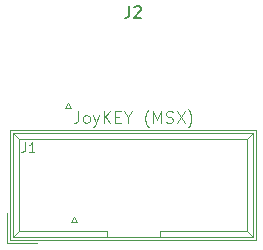
<source format=gto>
G04 #@! TF.GenerationSoftware,KiCad,Pcbnew,(5.1.8)-1*
G04 #@! TF.CreationDate,2021-03-27T21:37:08+01:00*
G04 #@! TF.ProjectId,MSX,4d53582e-6b69-4636-9164-5f7063625858,rev?*
G04 #@! TF.SameCoordinates,Original*
G04 #@! TF.FileFunction,Legend,Top*
G04 #@! TF.FilePolarity,Positive*
%FSLAX46Y46*%
G04 Gerber Fmt 4.6, Leading zero omitted, Abs format (unit mm)*
G04 Created by KiCad (PCBNEW (5.1.8)-1) date 2021-03-27 21:37:08*
%MOMM*%
%LPD*%
G01*
G04 APERTURE LIST*
%ADD10C,0.100000*%
%ADD11C,0.120000*%
%ADD12C,0.150000*%
G04 APERTURE END LIST*
D10*
X137597142Y-82002380D02*
X137597142Y-82716666D01*
X137549523Y-82859523D01*
X137454285Y-82954761D01*
X137311428Y-83002380D01*
X137216190Y-83002380D01*
X138216190Y-83002380D02*
X138120952Y-82954761D01*
X138073333Y-82907142D01*
X138025714Y-82811904D01*
X138025714Y-82526190D01*
X138073333Y-82430952D01*
X138120952Y-82383333D01*
X138216190Y-82335714D01*
X138359047Y-82335714D01*
X138454285Y-82383333D01*
X138501904Y-82430952D01*
X138549523Y-82526190D01*
X138549523Y-82811904D01*
X138501904Y-82907142D01*
X138454285Y-82954761D01*
X138359047Y-83002380D01*
X138216190Y-83002380D01*
X138882857Y-82335714D02*
X139120952Y-83002380D01*
X139359047Y-82335714D02*
X139120952Y-83002380D01*
X139025714Y-83240476D01*
X138978095Y-83288095D01*
X138882857Y-83335714D01*
X139740000Y-83002380D02*
X139740000Y-82002380D01*
X140311428Y-83002380D02*
X139882857Y-82430952D01*
X140311428Y-82002380D02*
X139740000Y-82573809D01*
X140740000Y-82478571D02*
X141073333Y-82478571D01*
X141216190Y-83002380D02*
X140740000Y-83002380D01*
X140740000Y-82002380D01*
X141216190Y-82002380D01*
X141835238Y-82526190D02*
X141835238Y-83002380D01*
X141501904Y-82002380D02*
X141835238Y-82526190D01*
X142168571Y-82002380D01*
X143549523Y-83383333D02*
X143501904Y-83335714D01*
X143406666Y-83192857D01*
X143359047Y-83097619D01*
X143311428Y-82954761D01*
X143263809Y-82716666D01*
X143263809Y-82526190D01*
X143311428Y-82288095D01*
X143359047Y-82145238D01*
X143406666Y-82050000D01*
X143501904Y-81907142D01*
X143549523Y-81859523D01*
X143930476Y-83002380D02*
X143930476Y-82002380D01*
X144263809Y-82716666D01*
X144597142Y-82002380D01*
X144597142Y-83002380D01*
X145025714Y-82954761D02*
X145168571Y-83002380D01*
X145406666Y-83002380D01*
X145501904Y-82954761D01*
X145549523Y-82907142D01*
X145597142Y-82811904D01*
X145597142Y-82716666D01*
X145549523Y-82621428D01*
X145501904Y-82573809D01*
X145406666Y-82526190D01*
X145216190Y-82478571D01*
X145120952Y-82430952D01*
X145073333Y-82383333D01*
X145025714Y-82288095D01*
X145025714Y-82192857D01*
X145073333Y-82097619D01*
X145120952Y-82050000D01*
X145216190Y-82002380D01*
X145454285Y-82002380D01*
X145597142Y-82050000D01*
X145930476Y-82002380D02*
X146597142Y-83002380D01*
X146597142Y-82002380D02*
X145930476Y-83002380D01*
X146882857Y-83383333D02*
X146930476Y-83335714D01*
X147025714Y-83192857D01*
X147073333Y-83097619D01*
X147120952Y-82954761D01*
X147168571Y-82716666D01*
X147168571Y-82526190D01*
X147120952Y-82288095D01*
X147073333Y-82145238D01*
X147025714Y-82050000D01*
X146930476Y-81907142D01*
X146882857Y-81859523D01*
D11*
X136715500Y-81335425D02*
X136965500Y-81768438D01*
X136465500Y-81768438D02*
X136715500Y-81335425D01*
X136965500Y-81768438D02*
X136465500Y-81768438D01*
D10*
X132060000Y-83840000D02*
X152420000Y-83840000D01*
X132600000Y-84390000D02*
X151860000Y-84390000D01*
X132060000Y-92690000D02*
X152420000Y-92690000D01*
X132600000Y-92140000D02*
X139990000Y-92140000D01*
X144490000Y-92140000D02*
X151860000Y-92140000D01*
X139990000Y-92140000D02*
X139990000Y-92690000D01*
X144490000Y-92140000D02*
X144490000Y-92690000D01*
X132060000Y-83840000D02*
X132060000Y-92690000D01*
X132600000Y-84390000D02*
X132600000Y-92140000D01*
X152420000Y-83840000D02*
X152420000Y-92690000D01*
X151860000Y-84390000D02*
X151860000Y-92140000D01*
X132060000Y-83840000D02*
X132600000Y-84390000D01*
X152420000Y-83840000D02*
X151860000Y-84390000D01*
X132060000Y-92690000D02*
X132600000Y-92140000D01*
X152420000Y-92690000D02*
X151860000Y-92140000D01*
D11*
X131810000Y-83590000D02*
X152670000Y-83590000D01*
X152670000Y-83590000D02*
X152670000Y-92940000D01*
X152670000Y-92940000D02*
X131810000Y-92940000D01*
X131810000Y-92940000D02*
X131810000Y-83590000D01*
X131560000Y-93190000D02*
X134100000Y-93190000D01*
X131560000Y-93190000D02*
X131560000Y-90650000D01*
X137223500Y-90987425D02*
X137473500Y-91420438D01*
X136973500Y-91420438D02*
X137223500Y-90987425D01*
X137473500Y-91420438D02*
X136973500Y-91420438D01*
D12*
X141906666Y-73112380D02*
X141906666Y-73826666D01*
X141859047Y-73969523D01*
X141763809Y-74064761D01*
X141620952Y-74112380D01*
X141525714Y-74112380D01*
X142335238Y-73207619D02*
X142382857Y-73160000D01*
X142478095Y-73112380D01*
X142716190Y-73112380D01*
X142811428Y-73160000D01*
X142859047Y-73207619D01*
X142906666Y-73302857D01*
X142906666Y-73398095D01*
X142859047Y-73540952D01*
X142287619Y-74112380D01*
X142906666Y-74112380D01*
D10*
X133083333Y-84651904D02*
X133083333Y-85223333D01*
X133045238Y-85337619D01*
X132969047Y-85413809D01*
X132854761Y-85451904D01*
X132778571Y-85451904D01*
X133883333Y-85451904D02*
X133426190Y-85451904D01*
X133654761Y-85451904D02*
X133654761Y-84651904D01*
X133578571Y-84766190D01*
X133502380Y-84842380D01*
X133426190Y-84880476D01*
M02*

</source>
